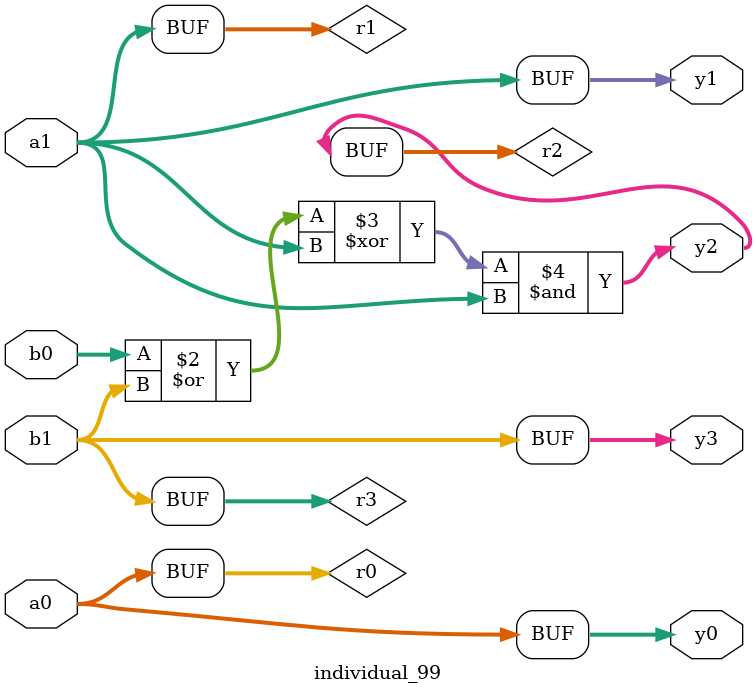
<source format=sv>
module individual_99(input logic [15:0] a1, input logic [15:0] a0, input logic [15:0] b1, input logic [15:0] b0, output logic [15:0] y3, output logic [15:0] y2, output logic [15:0] y1, output logic [15:0] y0);
logic [15:0] r0, r1, r2, r3; 
 always@(*) begin 
	 r0 = a0; r1 = a1; r2 = b0; r3 = b1; 
 	 r2  |=  b1 ;
 	 r2  ^=  r1 ;
 	 r2  &=  r1 ;
 	 y3 = r3; y2 = r2; y1 = r1; y0 = r0; 
end
endmodule
</source>
